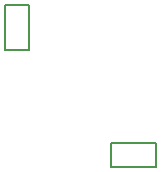
<source format=gbr>
%TF.GenerationSoftware,Altium Limited,Altium Designer,21.6.4 (81)*%
G04 Layer_Color=32896*
%FSLAX26Y26*%
%MOIN*%
%TF.SameCoordinates,D1CDB01D-C4A6-469F-8C54-8347A019B806*%
%TF.FilePolarity,Positive*%
%TF.FileFunction,Other,Top_Courtyard*%
%TF.Part,Single*%
G01*
G75*
%TA.AperFunction,NonConductor*%
%ADD33C,0.007874*%
D33*
X1142716Y489173D02*
Y567913D01*
X993110D02*
X1142716D01*
X993110Y489173D02*
Y567913D01*
Y489173D02*
X1142716D01*
X639764Y878937D02*
X718504D01*
Y1028543D01*
X639764D02*
X718504D01*
X639764Y878937D02*
Y1028543D01*
%TF.MD5,95994633e51e78ae39e8d41daf12f782*%
M02*

</source>
